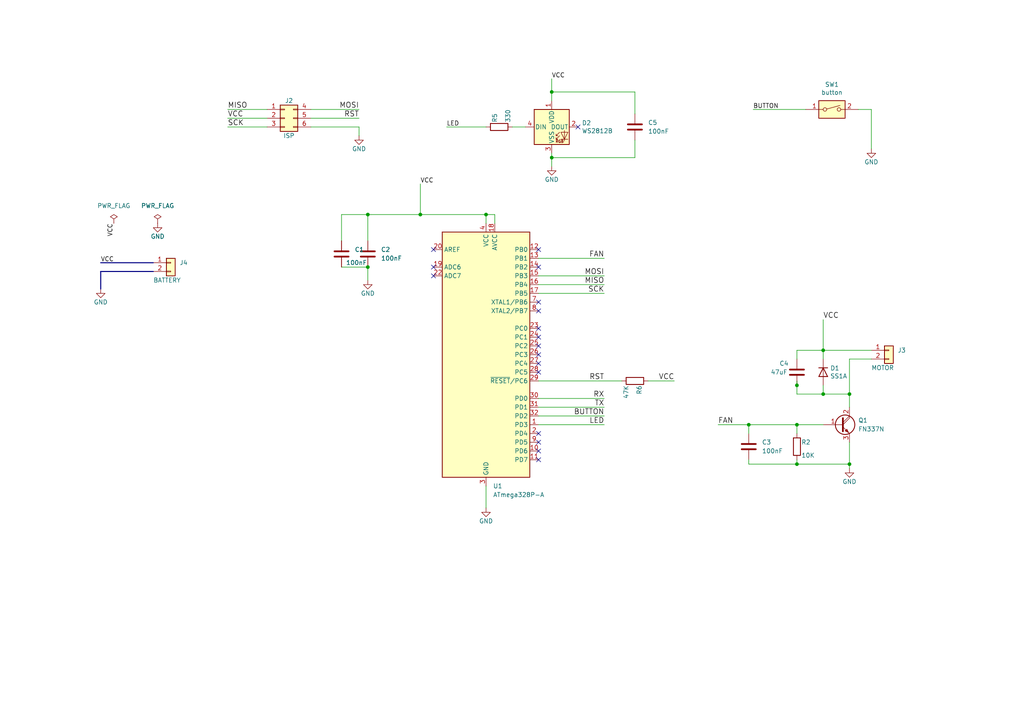
<source format=kicad_sch>
(kicad_sch (version 20211123) (generator eeschema)
  (paper "A4")
  (lib_symbols
    (symbol "Connector_Generic:Conn_01x02" (pin_names (offset 1.016) hide)
      (property "Reference" "J" (at 0 2.54 0))
      (property "Value" "Conn_01x02" (at 0 -5.08 0))
      (symbol "Conn_01x02_1_1"
        (rectangle (start -1.27 -2.413) (end 0 -2.667) (stroke (width 0.1524)))
        (rectangle (start -1.27 0.127) (end 0 -0.127) (stroke (width 0.1524)))
        (rectangle (start -1.27 1.27) (end 1.27 -3.81) (stroke (width 0.254)) (fill (type background)))
        (pin passive line (at -5.08 0 0) (length 3.81) (name "Pin_1") (number "1"))
        (pin passive line (at -5.08 -2.54 0) (length 3.81) (name "Pin_2") (number "2"))
      )
    )
    (symbol "Connector_Generic:Conn_02x03_Top_Bottom" (pin_names (offset 1.016) hide)
      (property "Reference" "J" (at 1.27 5.08 0))
      (property "Value" "Conn_02x03_Top_Bottom" (at 1.27 -5.08 0))
      (symbol "Conn_02x03_Top_Bottom_1_1"
        (rectangle (start -1.27 -2.413) (end 0 -2.667) (stroke (width 0.1524)))
        (rectangle (start -1.27 0.127) (end 0 -0.127) (stroke (width 0.1524)))
        (rectangle (start -1.27 2.667) (end 0 2.413) (stroke (width 0.1524)))
        (rectangle (start -1.27 3.81) (end 3.81 -3.81) (stroke (width 0.254)) (fill (type background)))
        (rectangle (start 3.81 -2.413) (end 2.54 -2.667) (stroke (width 0.1524)))
        (rectangle (start 3.81 0.127) (end 2.54 -0.127) (stroke (width 0.1524)))
        (rectangle (start 3.81 2.667) (end 2.54 2.413) (stroke (width 0.1524)))
        (pin passive line (at -5.08 2.54 0) (length 3.81) (name "Pin_1") (number "1"))
        (pin passive line (at -5.08 0 0) (length 3.81) (name "Pin_2") (number "2"))
        (pin passive line (at -5.08 -2.54 0) (length 3.81) (name "Pin_3") (number "3"))
        (pin passive line (at 7.62 2.54 180) (length 3.81) (name "Pin_4") (number "4"))
        (pin passive line (at 7.62 0 180) (length 3.81) (name "Pin_5") (number "5"))
        (pin passive line (at 7.62 -2.54 180) (length 3.81) (name "Pin_6") (number "6"))
      )
    )
    (symbol "Device:C" (pin_numbers hide) (pin_names (offset 0.254))
      (property "Reference" "C" (at 0.635 2.54 0))
      (property "Value" "C" (at 0.635 -2.54 0))
      (symbol "C_0_1"
        (polyline (pts (xy -2.032 -0.762) (xy 2.032 -0.762)) (stroke (width 0.508)))
        (polyline (pts (xy -2.032 0.762) (xy 2.032 0.762)) (stroke (width 0.508)))
      )
      (symbol "C_1_1"
        (pin passive line (at 0 3.81 270) (length 2.794) (name "~") (number "1"))
        (pin passive line (at 0 -3.81 90) (length 2.794) (name "~") (number "2"))
      )
    )
    (symbol "Device:D" (pin_numbers hide) (pin_names (offset 1.016) hide)
      (property "Reference" "D" (at 0 2.54 0))
      (property "Value" "D" (at 0 -2.54 0))
      (symbol "D_0_1"
        (polyline (pts (xy -1.27 1.27) (xy -1.27 -1.27)) (stroke (width 0.254)))
        (polyline (pts (xy 1.27 0) (xy -1.27 0)))
        (polyline (pts (xy 1.27 1.27) (xy 1.27 -1.27) (xy -1.27 0) (xy 1.27 1.27)) (stroke (width 0.254)))
      )
      (symbol "D_1_1"
        (pin passive line (at -3.81 0 0) (length 2.54) (name "K") (number "1"))
        (pin passive line (at 3.81 0 180) (length 2.54) (name "A") (number "2"))
      )
    )
    (symbol "Device:Q_NPN_Darlington_BCE" (pin_names (offset 0) hide)
      (property "Reference" "Q" (at 4.572 1.27 0))
      (property "Value" "Q_NPN_Darlington_BCE" (at 4.572 -1.27 0))
      (symbol "Q_NPN_Darlington_BCE_0_1"
        (polyline (pts (xy 0.635 0.635) (xy 2.54 2.54)))
        (polyline (pts (xy 0.635 -0.635) (xy 2.54 -2.54) (xy 2.54 -2.54)))
        (polyline (pts (xy 0.635 0) (xy 2.54 1.905) (xy 2.54 2.54)))
        (polyline (pts (xy 0.635 1.905) (xy 0.635 -1.905) (xy 0.635 -1.905)) (stroke (width 0.508)))
        (polyline (pts (xy 1.27 -1.778) (xy 1.778 -1.27) (xy 2.286 -2.286) (xy 1.27 -1.778) (xy 1.27 -1.778)) (fill (type outline)))
        (circle (center 1.27 0) (radius 2.8194) (stroke (width 0.254)))
      )
      (symbol "Q_NPN_Darlington_BCE_1_1"
        (pin input line (at -5.08 0 0) (length 5.715) (name "B") (number "1"))
        (pin passive line (at 2.54 5.08 270) (length 2.54) (name "C") (number "2"))
        (pin passive line (at 2.54 -5.08 90) (length 2.54) (name "E") (number "3"))
      )
    )
    (symbol "Device:R" (pin_numbers hide) (pin_names (offset 0))
      (property "Reference" "R" (at 2.032 0 90))
      (property "Value" "R" (at 0 0 90))
      (symbol "R_0_1"
        (rectangle (start -1.016 -2.54) (end 1.016 2.54) (stroke (width 0.254)))
      )
      (symbol "R_1_1"
        (pin passive line (at 0 3.81 270) (length 1.27) (name "~") (number "1"))
        (pin passive line (at 0 -3.81 90) (length 1.27) (name "~") (number "2"))
      )
    )
    (symbol "LED:WS2812B" (pin_names (offset 0.254))
      (property "Reference" "D" (at 5.08 5.715 0))
      (property "Value" "WS2812B" (at 1.27 -5.715 0))
      (symbol "WS2812B_0_0"
        (text "RGB" (at 2.286 -4.191 0) (effects (font (size 0.762 0.762))))
      )
      (symbol "WS2812B_0_1"
        (polyline (pts (xy 1.27 -3.556) (xy 1.778 -3.556)))
        (polyline (pts (xy 1.27 -2.54) (xy 1.778 -2.54)))
        (polyline (pts (xy 4.699 -3.556) (xy 2.667 -3.556)))
        (polyline (pts (xy 2.286 -2.54) (xy 1.27 -3.556) (xy 1.27 -3.048)))
        (polyline (pts (xy 2.286 -1.524) (xy 1.27 -2.54) (xy 1.27 -2.032)))
        (polyline (pts (xy 3.683 -1.016) (xy 3.683 -3.556) (xy 3.683 -4.064)))
        (polyline (pts (xy 4.699 -1.524) (xy 2.667 -1.524) (xy 3.683 -3.556) (xy 4.699 -1.524)))
        (rectangle (start 5.08 5.08) (end -5.08 -5.08) (stroke (width 0.254)) (fill (type background)))
      )
      (symbol "WS2812B_1_1"
        (pin power_in line (at 0 7.62 270) (length 2.54) (name "VDD") (number "1"))
        (pin output line (at 7.62 0 180) (length 2.54) (name "DOUT") (number "2"))
        (pin power_in line (at 0 -7.62 90) (length 2.54) (name "VSS") (number "3"))
        (pin input line (at -7.62 0 0) (length 2.54) (name "DIN") (number "4"))
      )
    )
    (symbol "MCU_Microchip_ATmega:ATmega328P-A"
      (property "Reference" "U" (at -12.7 36.83 0))
      (property "Value" "ATmega328P-A" (at 2.54 -36.83 0))
      (symbol "ATmega328P-A_0_1"
        (rectangle (start -12.7 -35.56) (end 12.7 35.56) (stroke (width 0.254)) (fill (type background)))
      )
      (symbol "ATmega328P-A_1_1"
        (pin bidirectional line (at 15.24 -20.32 180) (length 2.54) (name "PD3") (number "1"))
        (pin bidirectional line (at 15.24 -27.94 180) (length 2.54) (name "PD6") (number "10"))
        (pin bidirectional line (at 15.24 -30.48 180) (length 2.54) (name "PD7") (number "11"))
        (pin bidirectional line (at 15.24 30.48 180) (length 2.54) (name "PB0") (number "12"))
        (pin bidirectional line (at 15.24 27.94 180) (length 2.54) (name "PB1") (number "13"))
        (pin bidirectional line (at 15.24 25.4 180) (length 2.54) (name "PB2") (number "14"))
        (pin bidirectional line (at 15.24 22.86 180) (length 2.54) (name "PB3") (number "15"))
        (pin bidirectional line (at 15.24 20.32 180) (length 2.54) (name "PB4") (number "16"))
        (pin bidirectional line (at 15.24 17.78 180) (length 2.54) (name "PB5") (number "17"))
        (pin power_in line (at 2.54 38.1 270) (length 2.54) (name "AVCC") (number "18"))
        (pin input line (at -15.24 25.4 0) (length 2.54) (name "ADC6") (number "19"))
        (pin bidirectional line (at 15.24 -22.86 180) (length 2.54) (name "PD4") (number "2"))
        (pin passive line (at -15.24 30.48 0) (length 2.54) (name "AREF") (number "20"))
        (pin passive line (at 0 -38.1 90) (length 2.54) hide (name "GND") (number "21"))
        (pin input line (at -15.24 22.86 0) (length 2.54) (name "ADC7") (number "22"))
        (pin bidirectional line (at 15.24 7.62 180) (length 2.54) (name "PC0") (number "23"))
        (pin bidirectional line (at 15.24 5.08 180) (length 2.54) (name "PC1") (number "24"))
        (pin bidirectional line (at 15.24 2.54 180) (length 2.54) (name "PC2") (number "25"))
        (pin bidirectional line (at 15.24 0 180) (length 2.54) (name "PC3") (number "26"))
        (pin bidirectional line (at 15.24 -2.54 180) (length 2.54) (name "PC4") (number "27"))
        (pin bidirectional line (at 15.24 -5.08 180) (length 2.54) (name "PC5") (number "28"))
        (pin bidirectional line (at 15.24 -7.62 180) (length 2.54) (name "~{RESET}/PC6") (number "29"))
        (pin power_in line (at 0 -38.1 90) (length 2.54) (name "GND") (number "3"))
        (pin bidirectional line (at 15.24 -12.7 180) (length 2.54) (name "PD0") (number "30"))
        (pin bidirectional line (at 15.24 -15.24 180) (length 2.54) (name "PD1") (number "31"))
        (pin bidirectional line (at 15.24 -17.78 180) (length 2.54) (name "PD2") (number "32"))
        (pin power_in line (at 0 38.1 270) (length 2.54) (name "VCC") (number "4"))
        (pin passive line (at 0 -38.1 90) (length 2.54) hide (name "GND") (number "5"))
        (pin passive line (at 0 38.1 270) (length 2.54) hide (name "VCC") (number "6"))
        (pin bidirectional line (at 15.24 15.24 180) (length 2.54) (name "XTAL1/PB6") (number "7"))
        (pin bidirectional line (at 15.24 12.7 180) (length 2.54) (name "XTAL2/PB7") (number "8"))
        (pin bidirectional line (at 15.24 -25.4 180) (length 2.54) (name "PD5") (number "9"))
      )
    )
    (symbol "Switch:SW_DIP_x01" (pin_names (offset 0) hide)
      (property "Reference" "SW" (at 0 3.81 0))
      (property "Value" "SW_DIP_x01" (at 0 -3.81 0))
      (symbol "SW_DIP_x01_0_0"
        (circle (center -2.032 0) (radius 0.508))
        (polyline (pts (xy -1.524 0.127) (xy 2.3622 1.1684)))
        (circle (center 2.032 0) (radius 0.508))
      )
      (symbol "SW_DIP_x01_0_1"
        (rectangle (start -3.81 2.54) (end 3.81 -2.54) (stroke (width 0.254)) (fill (type background)))
      )
      (symbol "SW_DIP_x01_1_1"
        (pin passive line (at -7.62 0 0) (length 5.08) (name "~") (number "1"))
        (pin passive line (at 7.62 0 180) (length 5.08) (name "~") (number "2"))
      )
    )
    (symbol "power:GND" (power) (pin_names (offset 0))
      (property "Value" "GND" (at 0 -3.81 0))
      (symbol "GND_0_1"
        (polyline (pts (xy 0 0) (xy 0 -1.27) (xy 1.27 -1.27) (xy 0 -2.54) (xy -1.27 -1.27) (xy 0 -1.27)))
      )
      (symbol "GND_1_1"
        (pin power_in line (at 0 0 270) (length 0) hide (name "GND") (number "1"))
      )
    )
    (symbol "power:PWR_FLAG" (power) (pin_numbers hide) (pin_names (offset 0) hide)
      (property "Value" "PWR_FLAG" (at 0 3.81 0))
      (symbol "PWR_FLAG_0_0"
        (pin power_out line (at 0 0 90) (length 0) (name "pwr") (number "1"))
      )
      (symbol "PWR_FLAG_0_1"
        (polyline (pts (xy 0 0) (xy 0 1.27) (xy -1.016 1.905) (xy 0 2.54) (xy 1.016 1.905) (xy 0 1.27)))
      )
    )
  )
  (junction (at 217.17 123.19))
  (junction (at 231.14 123.19))
  (junction (at 106.68 77.47))
  (junction (at 121.92 62.23))
  (junction (at 160.02 45.72))
  (junction (at 106.68 62.23))
  (junction (at 231.14 111.76))
  (junction (at 246.38 134.62))
  (junction (at 160.02 26.67))
  (junction (at 231.14 134.62))
  (junction (at 238.76 101.6))
  (junction (at 238.76 114.3))
  (junction (at 246.38 114.3))
  (junction (at 140.97 62.23))
  (no_connect (at 156.21 97.79))
  (no_connect (at 156.21 95.25))
  (no_connect (at 156.21 102.87))
  (no_connect (at 156.21 100.33))
  (no_connect (at 156.21 72.39))
  (no_connect (at 156.21 77.47))
  (no_connect (at 156.21 87.63))
  (no_connect (at 156.21 90.17))
  (no_connect (at 156.21 125.73))
  (no_connect (at 156.21 128.27))
  (no_connect (at 156.21 130.81))
  (no_connect (at 125.73 80.01))
  (no_connect (at 125.73 72.39))
  (no_connect (at 125.73 77.47))
  (no_connect (at 156.21 105.41))
  (no_connect (at 156.21 107.95))
  (no_connect (at 156.21 133.35))
  (no_connect (at 167.64 36.83))
  (wire (pts (xy 238.76 101.6) (xy 238.76 92.71)))
  (wire (pts (xy 156.21 74.93) (xy 175.26 74.93)))
  (wire (pts (xy 156.21 110.49) (xy 180.34 110.49)))
  (wire (pts (xy 187.96 110.49) (xy 195.58 110.49)))
  (wire (pts (xy 252.73 104.14) (xy 246.38 104.14)))
  (wire (pts (xy 90.17 34.29) (xy 104.14 34.29)))
  (wire (pts (xy 77.47 31.75) (xy 66.04 31.75)))
  (wire (pts (xy 231.14 134.62) (xy 246.38 134.62)))
  (wire (pts (xy 238.76 111.76) (xy 238.76 114.3)))
  (wire (pts (xy 246.38 128.27) (xy 246.38 134.62)))
  (wire (pts (xy 99.06 69.85) (xy 99.06 62.23)))
  (wire (pts (xy 160.02 45.72) (xy 184.15 45.72)))
  (wire (pts (xy 77.47 34.29) (xy 66.04 34.29)))
  (wire (pts (xy 99.06 77.47) (xy 106.68 77.47)))
  (wire (pts (xy 106.68 77.47) (xy 106.68 81.28)))
  (wire (pts (xy 140.97 62.23) (xy 140.97 64.77)))
  (wire (pts (xy 160.02 29.21) (xy 160.02 26.67)))
  (wire (pts (xy 156.21 80.01) (xy 175.26 80.01)))
  (wire (pts (xy 156.21 123.19) (xy 175.26 123.19)))
  (wire (pts (xy 248.92 31.75) (xy 252.73 31.75)))
  (wire (pts (xy 231.14 111.76) (xy 231.14 114.3)))
  (wire (pts (xy 143.51 62.23) (xy 143.51 64.77)))
  (wire (pts (xy 156.21 85.09) (xy 175.26 85.09)))
  (wire (pts (xy 238.76 101.6) (xy 231.14 101.6)))
  (wire (pts (xy 156.21 115.57) (xy 175.26 115.57)))
  (wire (pts (xy 156.21 120.65) (xy 175.26 120.65)))
  (wire (pts (xy 106.68 62.23) (xy 121.92 62.23)))
  (wire (pts (xy 156.21 82.55) (xy 175.26 82.55)))
  (wire (pts (xy 140.97 36.83) (xy 129.54 36.83)))
  (wire (pts (xy 238.76 114.3) (xy 246.38 114.3)))
  (wire (pts (xy 238.76 101.6) (xy 238.76 104.14)))
  (wire (pts (xy 217.17 125.73) (xy 217.17 123.19)))
  (wire (pts (xy 231.14 125.73) (xy 231.14 123.19)))
  (wire (pts (xy 184.15 26.67) (xy 160.02 26.67)))
  (wire (pts (xy 238.76 101.6) (xy 252.73 101.6)))
  (wire (pts (xy 246.38 104.14) (xy 246.38 114.3)))
  (wire (pts (xy 246.38 134.62) (xy 246.38 135.89)))
  (wire (pts (xy 231.14 101.6) (xy 231.14 104.14)))
  (wire (pts (xy 231.14 123.19) (xy 238.76 123.19)))
  (wire (pts (xy 106.68 69.85) (xy 106.68 62.23)))
  (wire (pts (xy 217.17 133.35) (xy 217.17 134.62)))
  (wire (pts (xy 77.47 36.83) (xy 66.04 36.83)))
  (wire (pts (xy 90.17 31.75) (xy 104.14 31.75)))
  (wire (pts (xy 99.06 62.23) (xy 106.68 62.23)))
  (wire (pts (xy 184.15 40.64) (xy 184.15 45.72)))
  (wire (pts (xy 90.17 36.83) (xy 104.14 36.83)))
  (wire (pts (xy 156.21 118.11) (xy 175.26 118.11)))
  (bus (pts (xy 44.45 78.74) (xy 29.21 78.74)))
  (wire (pts (xy 160.02 45.72) (xy 160.02 48.26)))
  (wire (pts (xy 160.02 26.67) (xy 160.02 22.86)))
  (wire (pts (xy 104.14 36.83) (xy 104.14 39.37)))
  (wire (pts (xy 231.14 133.35) (xy 231.14 134.62)))
  (wire (pts (xy 252.73 31.75) (xy 252.73 43.18)))
  (bus (pts (xy 29.21 78.74) (xy 29.21 83.82)))
  (wire (pts (xy 208.28 123.19) (xy 217.17 123.19)))
  (wire (pts (xy 140.97 62.23) (xy 143.51 62.23)))
  (wire (pts (xy 121.92 62.23) (xy 140.97 62.23)))
  (wire (pts (xy 231.14 114.3) (xy 238.76 114.3)))
  (bus (pts (xy 29.21 76.2) (xy 44.45 76.2)))
  (wire (pts (xy 217.17 123.19) (xy 231.14 123.19)))
  (wire (pts (xy 184.15 33.02) (xy 184.15 26.67)))
  (wire (pts (xy 160.02 44.45) (xy 160.02 45.72)))
  (wire (pts (xy 246.38 114.3) (xy 246.38 118.11)))
  (wire (pts (xy 218.44 31.75) (xy 233.68 31.75)))
  (wire (pts (xy 217.17 134.62) (xy 231.14 134.62)))
  (wire (pts (xy 121.92 53.34) (xy 121.92 62.23)))
  (wire (pts (xy 140.97 140.97) (xy 140.97 147.32)))
  (wire (pts (xy 152.4 36.83) (xy 148.59 36.83)))
  (wire (pts (xy 231.14 110.49) (xy 231.14 111.76)))
  (label "VCC" (at 238.76 92.71 0) (effects (font (size 1.524 1.524))))
  (label "MISO" (at 175.26 82.55 180) (effects (font (size 1.524 1.524))))
  (label "LED" (at 129.54 36.83 0))
  (label "VCC" (at 33.02 64.77 270))
  (label "RX" (at 175.26 115.57 180) (effects (font (size 1.524 1.524))))
  (label "FAN" (at 208.28 123.19 0) (effects (font (size 1.524 1.524))))
  (label "SCK" (at 175.26 85.09 180) (effects (font (size 1.524 1.524))))
  (label "MOSI" (at 175.26 80.01 180) (effects (font (size 1.524 1.524))))
  (label "MISO" (at 66.04 31.75 0) (effects (font (size 1.524 1.524))))
  (label "BUTTON" (at 175.26 120.65 180) (effects (font (size 1.524 1.524))))
  (label "VCC" (at 66.04 34.29 0) (effects (font (size 1.524 1.524))))
  (label "RST" (at 175.26 110.49 180) (effects (font (size 1.524 1.524))))
  (label "BUTTON" (at 218.44 31.75 0))
  (label "VCC" (at 121.92 53.34 0))
  (label "VCC" (at 160.02 22.86 0))
  (label "MOSI" (at 104.14 31.75 180) (effects (font (size 1.524 1.524))))
  (label "SCK" (at 66.04 36.83 0) (effects (font (size 1.524 1.524))))
  (label "LED" (at 175.26 123.19 180) (effects (font (size 1.524 1.524))))
  (label "TX" (at 175.26 118.11 180) (effects (font (size 1.524 1.524))))
  (label "VCC" (at 29.21 76.2 0))
  (label "VCC" (at 195.58 110.49 180) (effects (font (size 1.524 1.524))))
  (label "RST" (at 104.14 34.29 180) (effects (font (size 1.524 1.524))))
  (label "FAN" (at 175.26 74.93 180) (effects (font (size 1.524 1.524))))
  (symbol (lib_id "power:GND") (at 246.38 135.89 0) (unit 1)
    (property "Reference" "#PWR01" (effects hide))
    (property "Value" "GND" (at 246.38 139.7 0))
  )
  (symbol (lib_id "power:GND") (at 106.68 81.28 0) (unit 1)
    (property "Reference" "#PWR02" (effects hide))
    (property "Value" "GND" (at 106.68 85.09 0))
  )
  (symbol (lib_id "power:GND") (at 160.02 48.26 0) (unit 1)
    (property "Reference" "#PWR03" (effects hide))
    (property "Value" "GND" (at 160.02 52.07 0))
  )
  (symbol (lib_id "power:GND") (at 104.14 39.37 0) (unit 1)
    (property "Reference" "#PWR04" (effects hide))
    (property "Value" "GND" (at 104.14 43.18 0))
  )
  (symbol (lib_id "power:GND") (at 140.97 147.32 0) (unit 1)
    (property "Reference" "#PWR05" (effects hide))
    (property "Value" "GND" (at 140.97 151.13 0))
  )
  (symbol (lib_id "Switch:SW_DIP_x01") (at 241.3 31.75 0) (unit 1)
    (property "Reference" "SW1" (at 241.3 24.511 0))
    (property "Value" "button" (at 241.3 26.8224 0))
    (property "Footprint" "Button_Switch_SMD:SW_Push_1P1T_NO_6x6mm_H9.5mm" (effects hide))
  )
  (symbol (lib_id "power:GND") (at 252.73 43.18 0) (unit 1)
    (property "Reference" "#PWR0102" (effects hide))
    (property "Value" "GND" (at 252.73 46.99 0))
  )
  (symbol (lib_id "Device:D") (at 238.76 107.95 270) (unit 1)
    (property "Reference" "D1" (at 240.792 106.7816 90) (effects (justify left)))
    (property "Value" "SS1A" (at 240.792 109.093 90) (effects (justify left)))
    (property "Footprint" "Diode_SMD:D_SMA_Handsoldering" (effects hide))
  )
  (symbol (lib_id "LED:WS2812B") (at 160.02 36.83 0) (unit 1)
    (property "Reference" "D2" (at 168.7576 35.6616 0) (effects (justify left)))
    (property "Value" "WS2812B" (at 168.7576 37.973 0) (effects (justify left)))
    (property "Footprint" "LED_SMD:LED_WS2812B_PLCC4_5.0x5.0mm_P3.2mm" (effects hide))
    (property "Datasheet" "https://cdn-shop.adafruit.com/datasheets/WS2812B.pdf" (effects hide))
  )
  (symbol (lib_id "Device:R") (at 144.78 36.83 90) (unit 1)
    (property "Reference" "R5" (at 143.51 35.56 0) (effects (justify left)))
    (property "Value" "330" (at 147.32 35.56 0) (effects (justify left)))
    (property "Footprint" "Resistor_SMD:R_0805_2012Metric" (effects hide))
  )
  (symbol (lib_id "Device:C") (at 184.15 36.83 0) (unit 1)
    (property "Reference" "C5" (at 187.96 35.5599 0) (effects (justify left)))
    (property "Value" "100nF" (at 187.96 38.0999 0) (effects (justify left)))
    (property "Footprint" "Capacitor_SMD:C_0805_2012Metric_Pad1.18x1.45mm_HandSolder" (effects hide))
  )
  (symbol (lib_id "MCU_Microchip_ATmega:ATmega328P-A") (at 140.97 102.87 0) (unit 1)
    (property "Reference" "U1" (at 142.9894 140.97 0) (effects (justify left)))
    (property "Value" "ATmega328P-A" (at 142.9894 143.51 0) (effects (justify left)))
    (property "Footprint" "Package_QFP:TQFP-32_7x7mm_P0.8mm" (effects hide))
    (property "Datasheet" "http://ww1.microchip.com/downloads/en/DeviceDoc/ATmega328_P%20AVR%20MCU%20with%20picoPower%20Technology%20Data%20Sheet%2040001984A.pdf" (effects hide))
  )
  (symbol (lib_id "Connector_Generic:Conn_01x02") (at 49.53 76.2 0) (unit 1)
    (property "Reference" "J4" (at 52.07 76.1999 0) (effects (justify left)))
    (property "Value" "BATTERY" (at 44.45 81.28 0) (effects (justify left)))
    (property "Footprint" "Connector_JST:JST_PH_S2B-PH-K_1x02_P2.00mm_Horizontal" (effects hide))
  )
  (symbol (lib_id "Device:R") (at 231.14 129.54 0) (unit 1)
    (property "Reference" "R2" (at 232.41 128.27 0) (effects (justify left)))
    (property "Value" "10K" (at 232.41 132.08 0) (effects (justify left)))
    (property "Footprint" "Resistor_SMD:R_0805_2012Metric" (effects hide))
  )
  (symbol (lib_id "power:GND") (at 29.21 83.82 0) (unit 1)
    (property "Reference" "#PWR06" (effects hide))
    (property "Value" "GND" (at 29.21 87.63 0))
  )
  (symbol (lib_id "power:PWR_FLAG") (at 33.02 64.77 0) (unit 1)
    (property "Reference" "#FLG0102" (effects hide))
    (property "Value" "PWR_FLAG" (at 33.02 59.69 0))
  )
  (symbol (lib_id "Connector_Generic:Conn_01x02") (at 257.81 101.6 0) (unit 1)
    (property "Reference" "J3" (at 260.35 101.5999 0) (effects (justify left)))
    (property "Value" "MOTOR" (at 252.73 106.68 0) (effects (justify left)))
    (property "Footprint" "Connector_JST:JST_PH_S2B-PH-K_1x02_P2.00mm_Horizontal" (effects hide))
  )
  (symbol (lib_id "Device:C") (at 106.68 73.66 0) (unit 1)
    (property "Reference" "C2" (at 110.49 72.3899 0) (effects (justify left)))
    (property "Value" "100nF" (at 110.49 74.9299 0) (effects (justify left)))
    (property "Footprint" "Capacitor_SMD:C_0805_2012Metric_Pad1.18x1.45mm_HandSolder" (effects hide))
  )
  (symbol (lib_id "power:GND") (at 45.72 64.77 0) (unit 1)
    (property "Reference" "#PWR0101" (effects hide))
    (property "Value" "GND" (at 45.72 68.58 0))
  )
  (symbol (lib_id "Device:Q_NPN_Darlington_BCE") (at 243.84 123.19 0) (unit 1)
    (property "Reference" "Q1" (at 248.92 121.9199 0) (effects (justify left)))
    (property "Value" "FN337N" (at 248.92 124.4599 0) (effects (justify left)))
    (property "Footprint" "Package_TO_SOT_SMD:SuperSOT-3" (effects hide))
  )
  (symbol (lib_id "Device:R") (at 184.15 110.49 270) (unit 1)
    (property "Reference" "R6" (at 185.42 111.76 0) (effects (justify left)))
    (property "Value" "47K" (at 181.61 111.76 0) (effects (justify left)))
    (property "Footprint" "Resistor_SMD:R_0805_2012Metric" (effects hide))
  )
  (symbol (lib_id "Device:C") (at 99.06 73.66 0) (unit 1)
    (property "Reference" "C1" (at 102.87 72.3899 0) (effects (justify left)))
    (property "Value" "100nF" (at 100.33 76.2 0) (effects (justify left)))
    (property "Footprint" "Capacitor_SMD:C_0805_2012Metric_Pad1.18x1.45mm_HandSolder" (effects hide))
  )
  (symbol (lib_id "Device:C") (at 231.14 107.95 0) (unit 1)
    (property "Reference" "C4" (at 226.06 105.41 0) (effects (justify left)))
    (property "Value" "47uF" (at 223.52 107.95 0) (effects (justify left)))
    (property "Footprint" "Capacitor_SMD:CP_Elec_6.3x5.3" (effects hide))
  )
  (symbol (lib_id "power:PWR_FLAG") (at 45.72 64.77 0) (unit 1)
    (property "Reference" "#FLG0101" (effects hide))
    (property "Value" "PWR_FLAG" (at 45.72 59.69 0))
  )
  (symbol (lib_id "Connector_Generic:Conn_02x03_Top_Bottom") (at 82.55 34.29 0) (unit 1)
    (property "Reference" "J2" (at 83.82 29.21 0))
    (property "Value" "ISP" (at 83.82 39.37 0))
    (property "Footprint" "Connector_PinHeader_2.54mm:PinHeader_2x03_P2.54mm_Vertical" (effects hide))
  )
  (symbol (lib_id "Device:C") (at 217.17 129.54 0) (unit 1)
    (property "Reference" "C3" (at 220.98 128.2699 0) (effects (justify left)))
    (property "Value" "100nF" (at 220.98 130.8099 0) (effects (justify left)))
    (property "Footprint" "Capacitor_SMD:C_0805_2012Metric_Pad1.18x1.45mm_HandSolder" (effects hide))
  )
)
</source>
